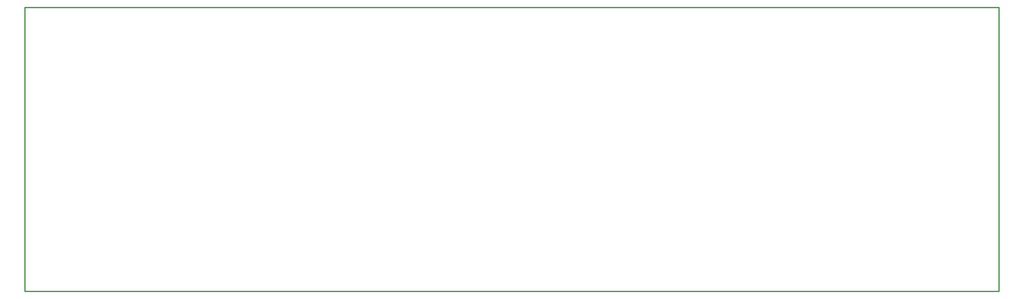
<source format=gbr>
%TF.GenerationSoftware,KiCad,Pcbnew,8.0.8-8.0.8-0~ubuntu24.04.1*%
%TF.CreationDate,2025-01-23T16:14:34-05:00*%
%TF.ProjectId,40 Keyboard,3430204b-6579-4626-9f61-72642e6b6963,4*%
%TF.SameCoordinates,Original*%
%TF.FileFunction,Profile,NP*%
%FSLAX46Y46*%
G04 Gerber Fmt 4.6, Leading zero omitted, Abs format (unit mm)*
G04 Created by KiCad (PCBNEW 8.0.8-8.0.8-0~ubuntu24.04.1) date 2025-01-23 16:14:34*
%MOMM*%
%LPD*%
G01*
G04 APERTURE LIST*
%TA.AperFunction,Profile*%
%ADD10C,0.300000*%
%TD*%
G04 APERTURE END LIST*
D10*
X16475000Y-68375000D02*
X277575000Y-68375000D01*
X277575000Y-144625000D01*
X16475000Y-144625000D01*
X16475000Y-68375000D01*
M02*

</source>
